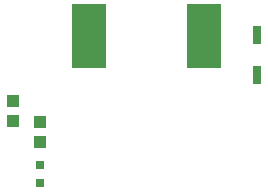
<source format=gbr>
G04 EAGLE Gerber RS-274X export*
G75*
%MOMM*%
%FSLAX34Y34*%
%LPD*%
%INSolderpaste Top*%
%IPPOS*%
%AMOC8*
5,1,8,0,0,1.08239X$1,22.5*%
G01*
%ADD10R,0.800000X1.600000*%
%ADD11R,2.900000X5.400000*%
%ADD12R,0.800000X0.800000*%
%ADD13R,1.100000X1.000000*%


D10*
X438150Y379240D03*
X438150Y413240D03*
D11*
X392670Y412750D03*
X295670Y412750D03*
D12*
X254000Y303410D03*
X254000Y288410D03*
D13*
X254000Y322970D03*
X254000Y339970D03*
X231140Y357750D03*
X231140Y340750D03*
M02*

</source>
